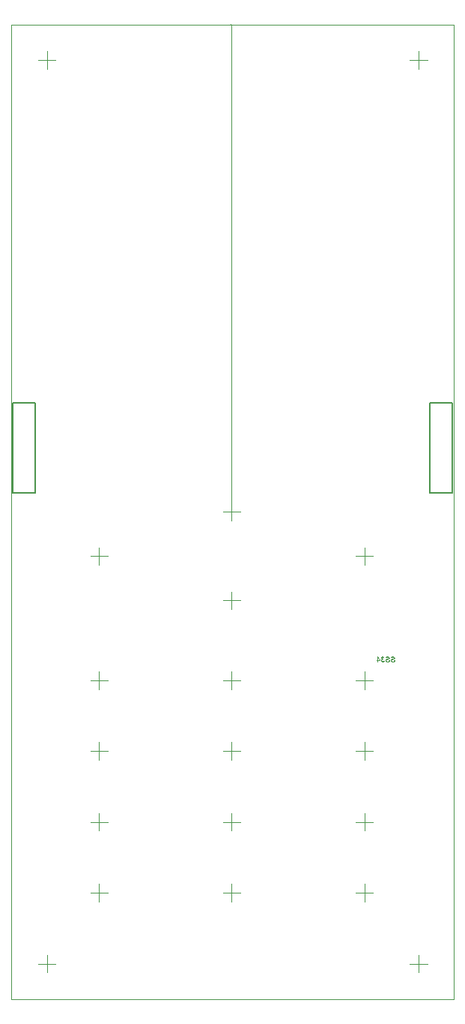
<source format=gbr>
G04*
G04 #@! TF.GenerationSoftware,Altium Limited,Altium Designer,23.0.1 (38)*
G04*
G04 Layer_Color=32768*
%FSLAX25Y25*%
%MOIN*%
G70*
G04*
G04 #@! TF.SameCoordinates,5AACE2FC-F550-4568-A226-762E45A29E99*
G04*
G04*
G04 #@! TF.FilePolarity,Positive*
G04*
G01*
G75*
%ADD10C,0.00394*%
%ADD12C,0.00787*%
%ADD128C,0.00394*%
G36*
X498845Y508124D02*
X498914Y508117D01*
X498980Y508103D01*
X499035Y508088D01*
X499078Y508073D01*
X499115Y508059D01*
X499136Y508051D01*
X499140Y508048D01*
X499144D01*
X499202Y508015D01*
X499257Y507979D01*
X499300Y507942D01*
X499337Y507909D01*
X499366Y507877D01*
X499388Y507851D01*
X499402Y507837D01*
X499406Y507830D01*
X499439Y507775D01*
X499468Y507717D01*
X499490Y507655D01*
X499511Y507596D01*
X499526Y507542D01*
X499537Y507502D01*
X499541Y507484D01*
Y507473D01*
X499544Y507466D01*
Y507462D01*
X499100Y507389D01*
X499089Y507447D01*
X499075Y507498D01*
X499060Y507542D01*
X499042Y507575D01*
X499024Y507604D01*
X499009Y507626D01*
X498998Y507636D01*
X498994Y507640D01*
X498962Y507669D01*
X498925Y507691D01*
X498889Y507706D01*
X498856Y507717D01*
X498827Y507724D01*
X498805Y507727D01*
X498783D01*
X498740Y507724D01*
X498696Y507717D01*
X498663Y507702D01*
X498634Y507691D01*
X498609Y507677D01*
X498594Y507662D01*
X498583Y507655D01*
X498580Y507651D01*
X498554Y507622D01*
X498536Y507586D01*
X498521Y507553D01*
X498514Y507520D01*
X498507Y507491D01*
X498503Y507469D01*
Y507454D01*
Y507447D01*
X498507Y507393D01*
X498518Y507345D01*
X498536Y507305D01*
X498554Y507272D01*
X498576Y507243D01*
X498591Y507225D01*
X498605Y507211D01*
X498609Y507207D01*
X498652Y507178D01*
X498700Y507156D01*
X498751Y507141D01*
X498798Y507131D01*
X498842Y507127D01*
X498878Y507123D01*
X498911D01*
X498962Y506734D01*
X498914Y506745D01*
X498874Y506756D01*
X498834Y506763D01*
X498802Y506767D01*
X498776Y506770D01*
X498740D01*
X498689Y506767D01*
X498645Y506752D01*
X498605Y506738D01*
X498569Y506716D01*
X498543Y506697D01*
X498521Y506679D01*
X498507Y506665D01*
X498503Y506661D01*
X498470Y506617D01*
X498445Y506570D01*
X498427Y506523D01*
X498412Y506475D01*
X498405Y506432D01*
X498401Y506399D01*
Y506377D01*
Y506374D01*
Y506370D01*
X498405Y506301D01*
X498416Y506239D01*
X498434Y506184D01*
X498452Y506141D01*
X498474Y506108D01*
X498489Y506082D01*
X498503Y506064D01*
X498507Y506060D01*
X498547Y506024D01*
X498591Y505995D01*
X498631Y505977D01*
X498671Y505962D01*
X498707Y505955D01*
X498733Y505951D01*
X498751Y505948D01*
X498758D01*
X498809Y505951D01*
X498853Y505962D01*
X498893Y505977D01*
X498929Y505995D01*
X498954Y506009D01*
X498976Y506024D01*
X498991Y506035D01*
X498994Y506039D01*
X499027Y506079D01*
X499056Y506122D01*
X499075Y506170D01*
X499093Y506213D01*
X499104Y506253D01*
X499111Y506286D01*
X499115Y506308D01*
Y506312D01*
Y506315D01*
X499581Y506257D01*
X499573Y506199D01*
X499559Y506144D01*
X499526Y506042D01*
X499486Y505955D01*
X499461Y505919D01*
X499439Y505882D01*
X499417Y505849D01*
X499395Y505824D01*
X499377Y505798D01*
X499359Y505780D01*
X499344Y505766D01*
X499333Y505755D01*
X499326Y505747D01*
X499322Y505744D01*
X499278Y505711D01*
X499231Y505678D01*
X499188Y505653D01*
X499136Y505631D01*
X499042Y505594D01*
X498954Y505573D01*
X498911Y505565D01*
X498874Y505558D01*
X498842Y505554D01*
X498813Y505551D01*
X498787Y505547D01*
X498754D01*
X498689Y505551D01*
X498623Y505558D01*
X498565Y505569D01*
X498507Y505584D01*
X498456Y505602D01*
X498405Y505620D01*
X498357Y505642D01*
X498317Y505664D01*
X498281Y505686D01*
X498245Y505707D01*
X498219Y505725D01*
X498194Y505744D01*
X498176Y505758D01*
X498161Y505769D01*
X498154Y505777D01*
X498150Y505780D01*
X498106Y505824D01*
X498070Y505871D01*
X498037Y505919D01*
X498008Y505966D01*
X497986Y506017D01*
X497964Y506064D01*
X497935Y506151D01*
X497928Y506191D01*
X497921Y506231D01*
X497914Y506264D01*
X497910Y506293D01*
X497906Y506315D01*
Y506333D01*
Y506344D01*
Y506348D01*
X497914Y506432D01*
X497928Y506504D01*
X497946Y506574D01*
X497972Y506628D01*
X497997Y506676D01*
X498015Y506708D01*
X498030Y506730D01*
X498037Y506738D01*
X498088Y506792D01*
X498146Y506839D01*
X498205Y506876D01*
X498259Y506905D01*
X498307Y506927D01*
X498347Y506938D01*
X498361Y506945D01*
X498372D01*
X498379Y506949D01*
X498383D01*
X498317Y506989D01*
X498263Y507029D01*
X498216Y507072D01*
X498172Y507116D01*
X498136Y507160D01*
X498106Y507203D01*
X498085Y507247D01*
X498063Y507287D01*
X498048Y507327D01*
X498037Y507364D01*
X498030Y507396D01*
X498026Y507425D01*
X498023Y507447D01*
X498019Y507466D01*
Y507476D01*
Y507480D01*
X498023Y507524D01*
X498026Y507564D01*
X498048Y507644D01*
X498074Y507717D01*
X498106Y507779D01*
X498139Y507830D01*
X498168Y507866D01*
X498179Y507880D01*
X498190Y507891D01*
X498194Y507895D01*
X498197Y507899D01*
X498237Y507939D01*
X498285Y507975D01*
X498328Y508004D01*
X498376Y508030D01*
X498427Y508055D01*
X498474Y508073D01*
X498565Y508099D01*
X498605Y508110D01*
X498645Y508117D01*
X498678Y508121D01*
X498711Y508124D01*
X498736Y508128D01*
X498769D01*
X498845Y508124D01*
D02*
G37*
G36*
X497688Y506519D02*
Y506101D01*
X496654D01*
Y505594D01*
X496188D01*
Y506101D01*
X495875D01*
Y506523D01*
X496188D01*
Y508124D01*
X496596D01*
X497688Y506519D01*
D02*
G37*
G36*
X503377Y508157D02*
X503472Y508146D01*
X503555Y508132D01*
X503628Y508117D01*
X503661Y508106D01*
X503690Y508099D01*
X503712Y508091D01*
X503734Y508084D01*
X503748Y508077D01*
X503759Y508073D01*
X503767Y508070D01*
X503770D01*
X503843Y508033D01*
X503905Y507993D01*
X503960Y507950D01*
X504003Y507909D01*
X504040Y507873D01*
X504061Y507844D01*
X504080Y507822D01*
X504083Y507819D01*
Y507815D01*
X504120Y507753D01*
X504145Y507688D01*
X504163Y507626D01*
X504174Y507571D01*
X504181Y507524D01*
X504189Y507487D01*
Y507473D01*
Y507462D01*
Y507458D01*
Y507454D01*
X504185Y507400D01*
X504178Y507345D01*
X504167Y507298D01*
X504152Y507251D01*
X504116Y507163D01*
X504072Y507087D01*
X504054Y507054D01*
X504032Y507029D01*
X504014Y507003D01*
X503996Y506981D01*
X503981Y506967D01*
X503970Y506956D01*
X503963Y506949D01*
X503960Y506945D01*
X503927Y506919D01*
X503887Y506894D01*
X503847Y506869D01*
X503799Y506847D01*
X503708Y506803D01*
X503614Y506767D01*
X503566Y506752D01*
X503526Y506738D01*
X503486Y506727D01*
X503453Y506716D01*
X503428Y506708D01*
X503406Y506701D01*
X503392Y506697D01*
X503388D01*
X503330Y506683D01*
X503279Y506668D01*
X503231Y506657D01*
X503188Y506646D01*
X503151Y506636D01*
X503119Y506628D01*
X503090Y506617D01*
X503064Y506610D01*
X503042Y506606D01*
X503024Y506599D01*
X502998Y506592D01*
X502984Y506585D01*
X502980D01*
X502933Y506566D01*
X502897Y506548D01*
X502864Y506530D01*
X502838Y506512D01*
X502820Y506497D01*
X502809Y506486D01*
X502802Y506479D01*
X502798Y506475D01*
X502780Y506450D01*
X502766Y506424D01*
X502758Y506399D01*
X502751Y506377D01*
X502747Y506355D01*
X502744Y506337D01*
Y506326D01*
Y506322D01*
X502747Y506272D01*
X502762Y506228D01*
X502784Y506184D01*
X502806Y506148D01*
X502831Y506119D01*
X502849Y506097D01*
X502864Y506082D01*
X502871Y506079D01*
X502922Y506046D01*
X502980Y506020D01*
X503042Y506002D01*
X503100Y505991D01*
X503155Y505984D01*
X503199Y505977D01*
X503239D01*
X503323Y505980D01*
X503395Y505995D01*
X503457Y506013D01*
X503512Y506035D01*
X503555Y506057D01*
X503585Y506075D01*
X503603Y506089D01*
X503610Y506093D01*
X503657Y506144D01*
X503694Y506199D01*
X503727Y506261D01*
X503748Y506322D01*
X503767Y506377D01*
X503781Y506421D01*
X503785Y506435D01*
Y506450D01*
X503788Y506457D01*
Y506461D01*
X504284Y506414D01*
X504273Y506337D01*
X504258Y506264D01*
X504236Y506195D01*
X504218Y506133D01*
X504192Y506075D01*
X504167Y506020D01*
X504142Y505973D01*
X504116Y505929D01*
X504090Y505893D01*
X504065Y505860D01*
X504043Y505831D01*
X504021Y505806D01*
X504007Y505787D01*
X503992Y505777D01*
X503985Y505769D01*
X503981Y505766D01*
X503930Y505725D01*
X503876Y505693D01*
X503818Y505664D01*
X503756Y505638D01*
X503697Y505620D01*
X503636Y505602D01*
X503515Y505576D01*
X503461Y505565D01*
X503410Y505558D01*
X503366Y505554D01*
X503326Y505551D01*
X503293Y505547D01*
X503246D01*
X503130Y505551D01*
X503024Y505562D01*
X502929Y505576D01*
X502889Y505584D01*
X502849Y505594D01*
X502817Y505602D01*
X502787Y505609D01*
X502762Y505616D01*
X502740Y505624D01*
X502722Y505631D01*
X502711Y505634D01*
X502704Y505638D01*
X502700D01*
X502620Y505678D01*
X502555Y505722D01*
X502493Y505766D01*
X502445Y505813D01*
X502409Y505853D01*
X502380Y505889D01*
X502365Y505911D01*
X502358Y505915D01*
Y505919D01*
X502318Y505991D01*
X502285Y506060D01*
X502263Y506130D01*
X502249Y506195D01*
X502241Y506246D01*
X502238Y506272D01*
X502234Y506290D01*
Y506304D01*
Y506315D01*
Y506322D01*
Y506326D01*
X502238Y506414D01*
X502249Y506490D01*
X502267Y506559D01*
X502285Y506617D01*
X502303Y506665D01*
X502321Y506697D01*
X502332Y506719D01*
X502336Y506727D01*
X502376Y506785D01*
X502423Y506836D01*
X502471Y506879D01*
X502514Y506916D01*
X502555Y506945D01*
X502587Y506967D01*
X502609Y506981D01*
X502613Y506985D01*
X502616D01*
X502653Y507003D01*
X502689Y507021D01*
X502776Y507054D01*
X502868Y507083D01*
X502955Y507112D01*
X502995Y507123D01*
X503035Y507134D01*
X503071Y507145D01*
X503100Y507152D01*
X503126Y507160D01*
X503144Y507163D01*
X503159Y507167D01*
X503162D01*
X503228Y507185D01*
X503286Y507200D01*
X503341Y507214D01*
X503392Y507229D01*
X503432Y507243D01*
X503472Y507258D01*
X503505Y507272D01*
X503534Y507283D01*
X503559Y507294D01*
X503577Y507305D01*
X503595Y507313D01*
X503606Y507320D01*
X503625Y507331D01*
X503628Y507334D01*
X503654Y507360D01*
X503672Y507385D01*
X503683Y507411D01*
X503690Y507436D01*
X503697Y507454D01*
X503701Y507473D01*
Y507484D01*
Y507487D01*
X503697Y507524D01*
X503690Y507553D01*
X503676Y507582D01*
X503661Y507604D01*
X503647Y507622D01*
X503632Y507633D01*
X503625Y507640D01*
X503621Y507644D01*
X503570Y507677D01*
X503515Y507698D01*
X503457Y507717D01*
X503403Y507727D01*
X503355Y507735D01*
X503315Y507738D01*
X503279D01*
X503202Y507735D01*
X503137Y507724D01*
X503082Y507709D01*
X503039Y507695D01*
X503002Y507680D01*
X502977Y507666D01*
X502962Y507655D01*
X502958Y507651D01*
X502922Y507615D01*
X502889Y507571D01*
X502864Y507527D01*
X502846Y507480D01*
X502831Y507440D01*
X502824Y507407D01*
X502817Y507382D01*
Y507378D01*
Y507374D01*
X502307Y507393D01*
X502311Y507458D01*
X502321Y507516D01*
X502336Y507575D01*
X502354Y507626D01*
X502373Y507677D01*
X502394Y507724D01*
X502416Y507764D01*
X502438Y507804D01*
X502463Y507837D01*
X502485Y507866D01*
X502507Y507891D01*
X502525Y507913D01*
X502540Y507928D01*
X502551Y507939D01*
X502558Y507946D01*
X502562Y507950D01*
X502609Y507986D01*
X502660Y508019D01*
X502715Y508048D01*
X502773Y508073D01*
X502831Y508091D01*
X502889Y508110D01*
X503006Y508135D01*
X503060Y508143D01*
X503108Y508150D01*
X503155Y508153D01*
X503195Y508157D01*
X503228Y508161D01*
X503272D01*
X503377Y508157D01*
D02*
G37*
G36*
X501029D02*
X501124Y508146D01*
X501208Y508132D01*
X501280Y508117D01*
X501313Y508106D01*
X501342Y508099D01*
X501364Y508091D01*
X501386Y508084D01*
X501401Y508077D01*
X501411Y508073D01*
X501419Y508070D01*
X501422D01*
X501495Y508033D01*
X501557Y507993D01*
X501612Y507950D01*
X501655Y507909D01*
X501692Y507873D01*
X501714Y507844D01*
X501732Y507822D01*
X501735Y507819D01*
Y507815D01*
X501772Y507753D01*
X501797Y507688D01*
X501816Y507626D01*
X501826Y507571D01*
X501834Y507524D01*
X501841Y507487D01*
Y507473D01*
Y507462D01*
Y507458D01*
Y507454D01*
X501837Y507400D01*
X501830Y507345D01*
X501819Y507298D01*
X501805Y507251D01*
X501768Y507163D01*
X501724Y507087D01*
X501706Y507054D01*
X501685Y507029D01*
X501666Y507003D01*
X501648Y506981D01*
X501634Y506967D01*
X501623Y506956D01*
X501615Y506949D01*
X501612Y506945D01*
X501579Y506919D01*
X501539Y506894D01*
X501499Y506869D01*
X501452Y506847D01*
X501361Y506803D01*
X501266Y506767D01*
X501219Y506752D01*
X501179Y506738D01*
X501138Y506727D01*
X501106Y506716D01*
X501080Y506708D01*
X501058Y506701D01*
X501044Y506697D01*
X501040D01*
X500982Y506683D01*
X500931Y506668D01*
X500884Y506657D01*
X500840Y506646D01*
X500804Y506636D01*
X500771Y506628D01*
X500742Y506617D01*
X500716Y506610D01*
X500694Y506606D01*
X500676Y506599D01*
X500651Y506592D01*
X500636Y506585D01*
X500632D01*
X500585Y506566D01*
X500549Y506548D01*
X500516Y506530D01*
X500491Y506512D01*
X500472Y506497D01*
X500461Y506486D01*
X500454Y506479D01*
X500451Y506475D01*
X500432Y506450D01*
X500418Y506424D01*
X500411Y506399D01*
X500403Y506377D01*
X500400Y506355D01*
X500396Y506337D01*
Y506326D01*
Y506322D01*
X500400Y506272D01*
X500414Y506228D01*
X500436Y506184D01*
X500458Y506148D01*
X500483Y506119D01*
X500501Y506097D01*
X500516Y506082D01*
X500523Y506079D01*
X500574Y506046D01*
X500632Y506020D01*
X500694Y506002D01*
X500753Y505991D01*
X500807Y505984D01*
X500851Y505977D01*
X500891D01*
X500975Y505980D01*
X501048Y505995D01*
X501109Y506013D01*
X501164Y506035D01*
X501208Y506057D01*
X501237Y506075D01*
X501255Y506089D01*
X501262Y506093D01*
X501310Y506144D01*
X501346Y506199D01*
X501379Y506261D01*
X501401Y506322D01*
X501419Y506377D01*
X501433Y506421D01*
X501437Y506435D01*
Y506450D01*
X501441Y506457D01*
Y506461D01*
X501936Y506414D01*
X501925Y506337D01*
X501910Y506264D01*
X501888Y506195D01*
X501870Y506133D01*
X501845Y506075D01*
X501819Y506020D01*
X501794Y505973D01*
X501768Y505929D01*
X501743Y505893D01*
X501717Y505860D01*
X501695Y505831D01*
X501674Y505806D01*
X501659Y505787D01*
X501645Y505777D01*
X501637Y505769D01*
X501634Y505766D01*
X501583Y505725D01*
X501528Y505693D01*
X501470Y505664D01*
X501408Y505638D01*
X501350Y505620D01*
X501288Y505602D01*
X501168Y505576D01*
X501113Y505565D01*
X501062Y505558D01*
X501018Y505554D01*
X500978Y505551D01*
X500946Y505547D01*
X500898D01*
X500782Y505551D01*
X500676Y505562D01*
X500582Y505576D01*
X500542Y505584D01*
X500501Y505594D01*
X500469Y505602D01*
X500440Y505609D01*
X500414Y505616D01*
X500392Y505624D01*
X500374Y505631D01*
X500363Y505634D01*
X500356Y505638D01*
X500352D01*
X500272Y505678D01*
X500207Y505722D01*
X500145Y505766D01*
X500098Y505813D01*
X500061Y505853D01*
X500032Y505889D01*
X500017Y505911D01*
X500010Y505915D01*
Y505919D01*
X499970Y505991D01*
X499937Y506060D01*
X499916Y506130D01*
X499901Y506195D01*
X499894Y506246D01*
X499890Y506272D01*
X499886Y506290D01*
Y506304D01*
Y506315D01*
Y506322D01*
Y506326D01*
X499890Y506414D01*
X499901Y506490D01*
X499919Y506559D01*
X499937Y506617D01*
X499956Y506665D01*
X499974Y506697D01*
X499985Y506719D01*
X499988Y506727D01*
X500028Y506785D01*
X500076Y506836D01*
X500123Y506879D01*
X500167Y506916D01*
X500207Y506945D01*
X500239Y506967D01*
X500261Y506981D01*
X500265Y506985D01*
X500269D01*
X500305Y507003D01*
X500341Y507021D01*
X500429Y507054D01*
X500520Y507083D01*
X500607Y507112D01*
X500647Y507123D01*
X500687Y507134D01*
X500724Y507145D01*
X500753Y507152D01*
X500778Y507160D01*
X500796Y507163D01*
X500811Y507167D01*
X500814D01*
X500880Y507185D01*
X500938Y507200D01*
X500993Y507214D01*
X501044Y507229D01*
X501084Y507243D01*
X501124Y507258D01*
X501157Y507272D01*
X501186Y507283D01*
X501211Y507294D01*
X501229Y507305D01*
X501248Y507313D01*
X501259Y507320D01*
X501277Y507331D01*
X501280Y507334D01*
X501306Y507360D01*
X501324Y507385D01*
X501335Y507411D01*
X501342Y507436D01*
X501350Y507454D01*
X501353Y507473D01*
Y507484D01*
Y507487D01*
X501350Y507524D01*
X501342Y507553D01*
X501328Y507582D01*
X501313Y507604D01*
X501299Y507622D01*
X501284Y507633D01*
X501277Y507640D01*
X501273Y507644D01*
X501222Y507677D01*
X501168Y507698D01*
X501109Y507717D01*
X501055Y507727D01*
X501008Y507735D01*
X500967Y507738D01*
X500931D01*
X500855Y507735D01*
X500789Y507724D01*
X500735Y507709D01*
X500691Y507695D01*
X500654Y507680D01*
X500629Y507666D01*
X500614Y507655D01*
X500611Y507651D01*
X500574Y507615D01*
X500542Y507571D01*
X500516Y507527D01*
X500498Y507480D01*
X500483Y507440D01*
X500476Y507407D01*
X500469Y507382D01*
Y507378D01*
Y507374D01*
X499959Y507393D01*
X499963Y507458D01*
X499974Y507516D01*
X499988Y507575D01*
X500006Y507626D01*
X500025Y507677D01*
X500046Y507724D01*
X500068Y507764D01*
X500090Y507804D01*
X500116Y507837D01*
X500138Y507866D01*
X500159Y507891D01*
X500177Y507913D01*
X500192Y507928D01*
X500203Y507939D01*
X500210Y507946D01*
X500214Y507950D01*
X500261Y507986D01*
X500312Y508019D01*
X500367Y508048D01*
X500425Y508073D01*
X500483Y508091D01*
X500542Y508110D01*
X500658Y508135D01*
X500713Y508143D01*
X500760Y508150D01*
X500807Y508153D01*
X500847Y508157D01*
X500880Y508161D01*
X500924D01*
X501029Y508157D01*
D02*
G37*
%LPC*%
G36*
X496654Y507389D02*
Y506523D01*
X497240D01*
X496654Y507389D01*
D02*
G37*
%LPD*%
D10*
X431496Y788745D02*
G03*
X431265Y788976I-231J0D01*
G01*
X333465Y355906D02*
X530315D01*
X333465Y788976D02*
X530315D01*
Y355906D02*
Y788976D01*
X333465Y355906D02*
Y788976D01*
X345276Y371654D02*
Y371654D01*
X345276Y371654D02*
X353150D01*
X349213Y367717D02*
Y375591D01*
X510630Y371654D02*
Y371654D01*
X510630Y371654D02*
X518504D01*
X514567Y367717D02*
Y375591D01*
X510630Y773228D02*
Y773228D01*
X510630Y773228D02*
X518504D01*
X514567Y769291D02*
Y777165D01*
X345276Y773228D02*
Y773228D01*
X345276Y773228D02*
X353150D01*
X349213Y769291D02*
Y777165D01*
X486614Y552756D02*
Y552756D01*
X486614Y552756D02*
X494488D01*
X490551Y548819D02*
Y556693D01*
X427559Y572441D02*
Y572441D01*
X427559Y572441D02*
X435433D01*
X431496Y568504D02*
Y576378D01*
X427559Y533071D02*
Y533071D01*
X427559Y533071D02*
X435433D01*
X431496Y529134D02*
Y537008D01*
X368504Y552756D02*
Y552756D01*
X368504Y552756D02*
X376378D01*
X372441Y548819D02*
Y556693D01*
X431496Y572441D02*
Y788745D01*
X431496Y497638D02*
Y497638D01*
X372441Y493701D02*
Y501575D01*
X368504Y497638D02*
X376378D01*
X368504Y497638D02*
Y497638D01*
X427559Y497638D02*
X435433D01*
X431496Y493701D02*
Y501575D01*
X486614Y497638D02*
X494488D01*
X490551Y493701D02*
Y501575D01*
X431496Y466142D02*
Y466142D01*
X372441Y462205D02*
Y470079D01*
X368504Y466142D02*
X376378D01*
X368504Y466142D02*
Y466142D01*
X427559Y466142D02*
X435433D01*
X431496Y462205D02*
Y470079D01*
X486614Y466142D02*
X494488D01*
X490551Y462205D02*
Y470079D01*
X431496Y434646D02*
Y434646D01*
X372441Y430709D02*
Y438583D01*
X368504Y434646D02*
X376378D01*
X368504Y434646D02*
Y434646D01*
X427559Y434646D02*
X435433D01*
X431496Y430709D02*
Y438583D01*
X486614Y434646D02*
X494488D01*
X490551Y430709D02*
Y438583D01*
Y399213D02*
Y407087D01*
X486614Y403150D02*
X494488D01*
X431496Y399213D02*
Y407087D01*
X427559Y403150D02*
X435433D01*
X368504D02*
Y403150D01*
X368504Y403150D02*
X376378D01*
X372441Y399213D02*
Y407087D01*
X431496Y403150D02*
Y403150D01*
D12*
X519607Y580925D02*
X529606D01*
X519607D02*
Y620926D01*
X529606D01*
Y580925D02*
Y620926D01*
X344075Y580925D02*
Y620926D01*
X334075D02*
X344075D01*
X334075Y580925D02*
Y620926D01*
Y580925D02*
X344075D01*
D128*
X368504Y403150D02*
D03*
X431496Y403150D02*
D03*
M02*

</source>
